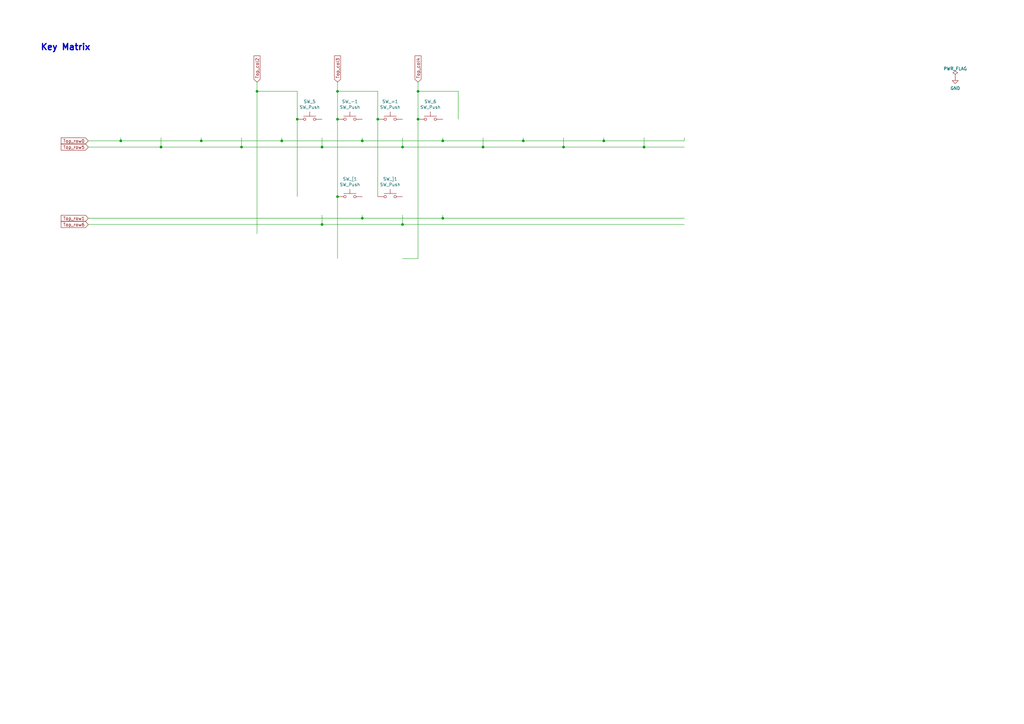
<source format=kicad_sch>
(kicad_sch (version 20231120) (generator "eeschema") (generator_version "8.0")
  (paper "A3")
  (title_block (title "Sandy") (date "2023-01-04") (rev "v.0") (company "@jpskenn"))
  (lib_symbols
    (symbol "Switch:SW_Push" (pin_numbers hide) (pin_names (offset 1.016) hide)
      (property "Reference" "SW" (at 1.27 2.54 0))
      (property "Value" "SW_Push" (at 0 -1.524 0))
      (symbol "SW_Push_0_1"
        (circle (center -2.032 0) (radius 0.508))
        (polyline (pts (xy 0 1.27) (xy 0 3.048)))
        (polyline (pts (xy 2.54 1.27) (xy -2.54 1.27)))
        (circle (center 2.032 0) (radius 0.508))
        (pin passive line (at -5.08 0 0) (length 2.54) (name "1") (number "1"))
        (pin passive line (at 5.08 0 180) (length 2.54) (name "2") (number "2"))
      )
    )
    (symbol "power:GND" (power) (pin_names (offset 0))
      (property "Value" "GND" (at 0 -3.81 0))
      (symbol "GND_0_1"
        (polyline (pts (xy 0 0) (xy 0 -1.27) (xy 1.27 -1.27) (xy 0 -2.54) (xy -1.27 -1.27) (xy 0 -1.27)))
      )
      (symbol "GND_1_1"
        (pin power_in line (at 0 0 270) (length 0) hide (name "GND") (number "1"))
      )
    )
    (symbol "power:PWR_FLAG" (power) (pin_numbers hide) (pin_names (offset 0) hide)
      (property "Value" "PWR_FLAG" (at 0 3.81 0))
      (symbol "PWR_FLAG_0_0"
        (pin power_out line (at 0 0 90) (length 0) (name "pwr") (number "1"))
      )
      (symbol "PWR_FLAG_0_1"
        (polyline (pts (xy 0 0) (xy 0 1.27) (xy -1.016 1.905) (xy 0 2.54) (xy 1.016 1.905) (xy 0 1.27)))
      )
    )
  )
  (bus_alias "def-a" (members "row0" "row5" "col0" "col1"))
  (junction (at 148.59 89.535))
  (junction (at 82.55 57.785))
  (junction (at 165.1 92.075))
  (junction (at 171.45 48.895))
  (junction (at 231.14 60.325))
  (junction (at 99.06 60.325))
  (junction (at 49.53 57.785))
  (junction (at 214.63 57.785))
  (junction (at 138.43 37.465))
  (junction (at 148.59 57.785))
  (junction (at 165.1 60.325))
  (junction (at 132.08 92.075))
  (junction (at 181.61 57.785))
  (junction (at 66.04 60.325))
  (junction (at 105.41 37.465))
  (junction (at 181.61 89.535))
  (junction (at 138.43 48.895))
  (junction (at 154.94 48.895))
  (junction (at 132.08 60.325))
  (junction (at 247.65 57.785))
  (junction (at 264.16 60.325))
  (junction (at 198.12 60.325))
  (junction (at 171.45 37.465))
  (junction (at 115.57 57.785))
  (junction (at 138.43 80.645))
  (junction (at 121.92 48.895))
  (wire (pts (xy 132.08 92.075) (xy 165.1 92.075)))
  (wire (pts (xy 231.14 56.515) (xy 231.14 60.325)))
  (wire (pts (xy 82.55 57.785) (xy 115.57 57.785)))
  (wire (pts (xy 247.65 56.515) (xy 247.65 57.785)))
  (wire (pts (xy 198.12 56.515) (xy 198.12 60.325)))
  (wire (pts (xy 132.08 60.325) (xy 165.1 60.325)))
  (wire (pts (xy 99.06 56.515) (xy 99.06 60.325)))
  (wire (pts (xy 99.06 60.325) (xy 132.08 60.325)))
  (wire (pts (xy 148.59 89.535) (xy 181.61 89.535)))
  (wire (pts (xy 171.45 33.655) (xy 171.45 37.465)))
  (wire (pts (xy 148.59 88.265) (xy 148.59 89.535)))
  (wire (pts (xy 121.92 37.465) (xy 121.92 48.895)))
  (wire (pts (xy 187.96 37.465) (xy 187.96 48.895)))
  (wire (pts (xy 36.195 89.535) (xy 148.59 89.535)))
  (wire (pts (xy 138.43 48.895) (xy 138.43 80.645)))
  (wire (pts (xy 36.195 60.325) (xy 66.04 60.325)))
  (wire (pts (xy 154.94 37.465) (xy 154.94 48.895)))
  (wire (pts (xy 165.1 106.045) (xy 171.45 106.045)))
  (wire (pts (xy 181.61 88.265) (xy 181.61 89.535)))
  (wire (pts (xy 165.1 92.075) (xy 280.67 92.075)))
  (wire (pts (xy 36.195 92.075) (xy 132.08 92.075)))
  (wire (pts (xy 138.43 33.655) (xy 138.43 37.465)))
  (wire (pts (xy 115.57 56.515) (xy 115.57 57.785)))
  (wire (pts (xy 138.43 37.465) (xy 138.43 48.895)))
  (wire (pts (xy 181.61 89.535) (xy 280.67 89.535)))
  (wire (pts (xy 49.53 57.785) (xy 82.55 57.785)))
  (wire (pts (xy 121.92 48.895) (xy 121.92 80.645)))
  (wire (pts (xy 66.04 60.325) (xy 99.06 60.325)))
  (wire (pts (xy 187.96 37.465) (xy 171.45 37.465)))
  (wire (pts (xy 181.61 57.785) (xy 181.61 56.515)))
  (wire (pts (xy 181.61 57.785) (xy 214.63 57.785)))
  (wire (pts (xy 66.04 56.515) (xy 66.04 60.325)))
  (wire (pts (xy 165.1 88.265) (xy 165.1 92.075)))
  (wire (pts (xy 214.63 57.785) (xy 247.65 57.785)))
  (wire (pts (xy 171.45 48.895) (xy 171.45 106.045)))
  (wire (pts (xy 247.65 57.785) (xy 280.67 57.785)))
  (wire (pts (xy 280.67 56.515) (xy 280.67 57.785)))
  (wire (pts (xy 214.63 56.515) (xy 214.63 57.785)))
  (wire (pts (xy 154.94 48.895) (xy 154.94 80.645)))
  (wire (pts (xy 171.45 37.465) (xy 171.45 48.895)))
  (wire (pts (xy 154.94 37.465) (xy 138.43 37.465)))
  (wire (pts (xy 132.08 56.515) (xy 132.08 60.325)))
  (wire (pts (xy 138.43 80.645) (xy 138.43 106.045)))
  (wire (pts (xy 280.67 60.325) (xy 264.16 60.325)))
  (wire (pts (xy 115.57 57.785) (xy 148.59 57.785)))
  (wire (pts (xy 165.1 56.515) (xy 165.1 60.325)))
  (wire (pts (xy 105.41 37.465) (xy 105.41 95.885)))
  (wire (pts (xy 105.41 33.655) (xy 105.41 37.465)))
  (wire (pts (xy 198.12 60.325) (xy 231.14 60.325)))
  (wire (pts (xy 148.59 57.785) (xy 181.61 57.785)))
  (wire (pts (xy 231.14 60.325) (xy 264.16 60.325)))
  (wire (pts (xy 36.195 57.785) (xy 49.53 57.785)))
  (wire (pts (xy 165.1 60.325) (xy 198.12 60.325)))
  (wire (pts (xy 132.08 88.265) (xy 132.08 92.075)))
  (wire (pts (xy 148.59 56.515) (xy 148.59 57.785)))
  (wire (pts (xy 82.55 56.515) (xy 82.55 57.785)))
  (wire (pts (xy 121.92 37.465) (xy 105.41 37.465)))
  (wire (pts (xy 264.16 56.515) (xy 264.16 60.325)))
  (wire (pts (xy 49.53 56.515) (xy 49.53 57.785)))
  (text "Key Matrix" (at 16.51 20.955 0) (effects (font (size 2.54 2.54) (thickness 0.508) (bold yes)) (justify left bottom)))
  (global_label "Top_row5" (shape input) (at 36.195 60.325 180) (property "Intersheetrefs" "${INTERSHEET_REFS}" (effects (hide yes))) (property "シート間のリファレンス" "${INTERSHEET_REFS}" (effects (hide yes))))
  (global_label "Top_col4" (shape input) (at 171.45 33.655 90) (property "Intersheetrefs" "${INTERSHEET_REFS}" (effects (hide yes))) (property "シート間のリファレンス" "${INTERSHEET_REFS}" (effects (hide yes))))
  (global_label "Top_row0" (shape input) (at 36.195 57.785 180) (property "Intersheetrefs" "${INTERSHEET_REFS}" (effects (hide yes))) (property "シート間のリファレンス" "${INTERSHEET_REFS}" (effects (hide yes))))
  (global_label "Top_col2" (shape input) (at 105.41 33.655 90) (property "Intersheetrefs" "${INTERSHEET_REFS}" (effects (hide yes))) (property "シート間のリファレンス" "${INTERSHEET_REFS}" (effects (hide yes))))
  (global_label "Top_row6" (shape input) (at 36.195 92.075 180) (property "Intersheetrefs" "${INTERSHEET_REFS}" (effects (hide yes))) (property "シート間のリファレンス" "${INTERSHEET_REFS}" (effects (hide yes))))
  (global_label "Top_row1" (shape input) (at 36.195 89.535 180) (property "Intersheetrefs" "${INTERSHEET_REFS}" (effects (hide yes))) (property "シート間のリファレンス" "${INTERSHEET_REFS}" (effects (hide yes))))
  (global_label "Top_col3" (shape input) (at 138.43 33.655 90) (property "Intersheetrefs" "${INTERSHEET_REFS}" (effects (hide yes))) (property "シート間のリファレンス" "${INTERSHEET_REFS}" (effects (hide yes))))
  (symbol (lib_id "power:GND") (at 391.795 31.75 0) (unit 1)
    (property "Reference" "#PWR01" (effects (hide yes)))
    (property "Value" "GND" (at 391.795 36.1934 0))
  )
  (symbol (lib_id "Switch:SW_Push") (at 143.51 48.895 0) (unit 1)
    (property "Reference" "SW_-1" (at 143.51 41.656 0))
    (property "Value" "SW_Push" (at 143.51 43.9674 0))
    (property "Footprint" "locallib:MX-Switch-Hole" (effects (hide yes)))
  )
  (symbol (lib_id "power:PWR_FLAG") (at 391.795 31.75 0) (unit 1)
    (property "Reference" "#FLG01" (effects (hide yes)))
    (property "Value" "PWR_FLAG" (at 391.795 28.1742 0))
  )
  (symbol (lib_id "Switch:SW_Push") (at 160.02 48.895 0) (unit 1)
    (property "Reference" "SW_=1" (at 160.02 41.656 0))
    (property "Value" "SW_Push" (at 160.02 43.9674 0))
    (property "Footprint" "locallib:MX-Switch-Hole" (effects (hide yes)))
  )
  (symbol (lib_id "Switch:SW_Push") (at 127 48.895 0) (unit 1)
    (property "Reference" "SW_5" (at 127 41.656 0))
    (property "Value" "SW_Push" (at 127 43.9674 0))
    (property "Footprint" "locallib:MX-Switch-Hole" (effects (hide yes)))
  )
  (symbol (lib_id "Switch:SW_Push") (at 143.51 80.645 0) (unit 1)
    (property "Reference" "SW_[1" (at 143.51 73.406 0))
    (property "Value" "SW_Push" (at 143.51 75.7174 0))
    (property "Footprint" "locallib:MX-Switch-Hole" (effects (hide yes)))
  )
  (symbol (lib_id "Switch:SW_Push") (at 160.02 80.645 0) (unit 1)
    (property "Reference" "SW_]1" (at 160.02 73.406 0))
    (property "Value" "SW_Push" (at 160.02 75.7174 0))
    (property "Footprint" "locallib:MX-Switch-Hole" (effects (hide yes)))
  )
  (symbol (lib_id "Switch:SW_Push") (at 176.53 48.895 0) (unit 1)
    (property "Reference" "SW_6" (at 176.53 41.656 0))
    (property "Value" "SW_Push" (at 176.53 43.9674 0))
    (property "Footprint" "locallib:MX-Switch-Hole" (effects (hide yes)))
  )
)
</source>
